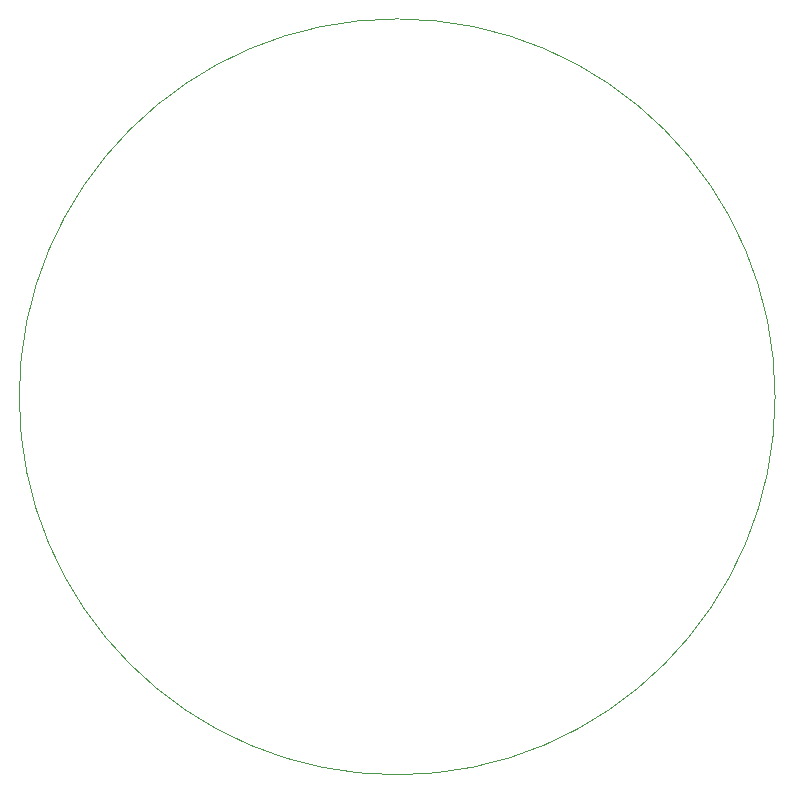
<source format=gbr>
%TF.GenerationSoftware,KiCad,Pcbnew,5.99.0-unknown-ad88874~101~ubuntu20.04.1*%
%TF.CreationDate,2020-05-19T22:27:38-04:00*%
%TF.ProjectId,pcbcoil,70636263-6f69-46c2-9e6b-696361645f70,rev?*%
%TF.SameCoordinates,Original*%
%TF.FileFunction,Profile,NP*%
%FSLAX46Y46*%
G04 Gerber Fmt 4.6, Leading zero omitted, Abs format (unit mm)*
G04 Created by KiCad (PCBNEW 5.99.0-unknown-ad88874~101~ubuntu20.04.1) date 2020-05-19 22:27:38*
%MOMM*%
%LPD*%
G01*
G04 APERTURE LIST*
%TA.AperFunction,Profile*%
%ADD10C,0.050000*%
%TD*%
G04 APERTURE END LIST*
D10*
X177000000Y-87500000D02*
G75*
G03*
X177000000Y-87500000I-32000000J0D01*
G01*
M02*

</source>
